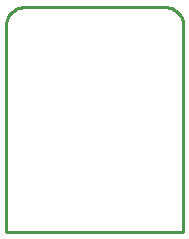
<source format=gbr>
G04 EAGLE Gerber RS-274X export*
G75*
%MOMM*%
%FSLAX34Y34*%
%LPD*%
%IN*%
%IPPOS*%
%AMOC8*
5,1,8,0,0,1.08239X$1,22.5*%
G01*
%ADD10C,0.254000*%


D10*
X0Y0D02*
X150000Y0D01*
X150000Y175000D01*
X149943Y176307D01*
X149772Y177605D01*
X149489Y178882D01*
X149095Y180130D01*
X148595Y181339D01*
X147990Y182500D01*
X147287Y183604D01*
X146491Y184642D01*
X145607Y185607D01*
X144642Y186491D01*
X143604Y187287D01*
X142500Y187990D01*
X141339Y188595D01*
X140130Y189095D01*
X138882Y189489D01*
X137605Y189772D01*
X136307Y189943D01*
X135000Y190000D01*
X15000Y190000D01*
X13693Y189943D01*
X12395Y189772D01*
X11118Y189489D01*
X9870Y189095D01*
X8661Y188595D01*
X7500Y187990D01*
X6396Y187287D01*
X5358Y186491D01*
X4393Y185607D01*
X3509Y184642D01*
X2713Y183604D01*
X2010Y182500D01*
X1405Y181339D01*
X905Y180130D01*
X511Y178882D01*
X228Y177605D01*
X57Y176307D01*
X0Y175000D01*
X0Y0D01*
M02*

</source>
